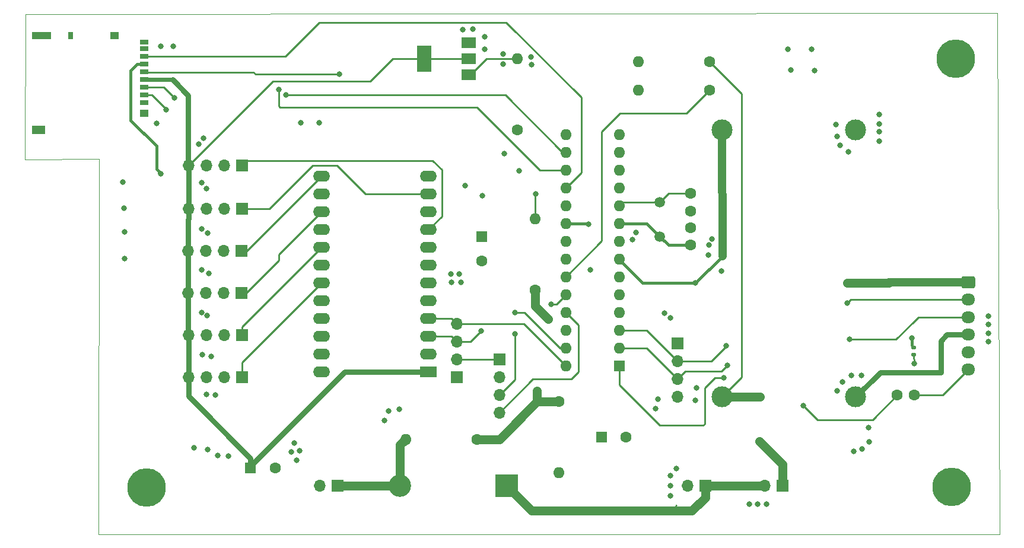
<source format=gtl>
%TF.GenerationSoftware,KiCad,Pcbnew,7.0.9*%
%TF.CreationDate,2023-12-29T10:55:07+07:00*%
%TF.ProjectId,incuTester,696e6375-5465-4737-9465-722e6b696361,rev?*%
%TF.SameCoordinates,Original*%
%TF.FileFunction,Copper,L1,Top*%
%TF.FilePolarity,Positive*%
%FSLAX46Y46*%
G04 Gerber Fmt 4.6, Leading zero omitted, Abs format (unit mm)*
G04 Created by KiCad (PCBNEW 7.0.9) date 2023-12-29 10:55:07*
%MOMM*%
%LPD*%
G01*
G04 APERTURE LIST*
G04 Aperture macros list*
%AMRoundRect*
0 Rectangle with rounded corners*
0 $1 Rounding radius*
0 $2 $3 $4 $5 $6 $7 $8 $9 X,Y pos of 4 corners*
0 Add a 4 corners polygon primitive as box body*
4,1,4,$2,$3,$4,$5,$6,$7,$8,$9,$2,$3,0*
0 Add four circle primitives for the rounded corners*
1,1,$1+$1,$2,$3*
1,1,$1+$1,$4,$5*
1,1,$1+$1,$6,$7*
1,1,$1+$1,$8,$9*
0 Add four rect primitives between the rounded corners*
20,1,$1+$1,$2,$3,$4,$5,0*
20,1,$1+$1,$4,$5,$6,$7,0*
20,1,$1+$1,$6,$7,$8,$9,0*
20,1,$1+$1,$8,$9,$2,$3,0*%
G04 Aperture macros list end*
%TA.AperFunction,SMDPad,CuDef*%
%ADD10R,2.000000X1.500000*%
%TD*%
%TA.AperFunction,SMDPad,CuDef*%
%ADD11R,2.000000X3.800000*%
%TD*%
%TA.AperFunction,ComponentPad*%
%ADD12C,1.600000*%
%TD*%
%TA.AperFunction,ComponentPad*%
%ADD13O,1.600000X1.600000*%
%TD*%
%TA.AperFunction,ComponentPad*%
%ADD14R,1.700000X1.700000*%
%TD*%
%TA.AperFunction,ComponentPad*%
%ADD15O,1.700000X1.700000*%
%TD*%
%TA.AperFunction,ComponentPad*%
%ADD16C,3.000000*%
%TD*%
%TA.AperFunction,ComponentPad*%
%ADD17R,2.400000X1.600000*%
%TD*%
%TA.AperFunction,ComponentPad*%
%ADD18O,2.400000X1.600000*%
%TD*%
%TA.AperFunction,ComponentPad*%
%ADD19R,1.600000X1.600000*%
%TD*%
%TA.AperFunction,ComponentPad*%
%ADD20C,5.500000*%
%TD*%
%TA.AperFunction,SMDPad,CuDef*%
%ADD21RoundRect,0.135000X0.185000X-0.135000X0.185000X0.135000X-0.185000X0.135000X-0.185000X-0.135000X0*%
%TD*%
%TA.AperFunction,ComponentPad*%
%ADD22R,3.200000X3.200000*%
%TD*%
%TA.AperFunction,ComponentPad*%
%ADD23O,3.200000X3.200000*%
%TD*%
%TA.AperFunction,SMDPad,CuDef*%
%ADD24R,1.200000X0.700000*%
%TD*%
%TA.AperFunction,SMDPad,CuDef*%
%ADD25R,0.800000X1.000000*%
%TD*%
%TA.AperFunction,SMDPad,CuDef*%
%ADD26R,1.200000X1.000000*%
%TD*%
%TA.AperFunction,SMDPad,CuDef*%
%ADD27R,2.800000X1.000000*%
%TD*%
%TA.AperFunction,SMDPad,CuDef*%
%ADD28R,1.900000X1.300000*%
%TD*%
%TA.AperFunction,ComponentPad*%
%ADD29C,1.500000*%
%TD*%
%TA.AperFunction,ComponentPad*%
%ADD30RoundRect,0.250000X-0.725000X0.600000X-0.725000X-0.600000X0.725000X-0.600000X0.725000X0.600000X0*%
%TD*%
%TA.AperFunction,ComponentPad*%
%ADD31O,1.950000X1.700000*%
%TD*%
%TA.AperFunction,ViaPad*%
%ADD32C,0.800000*%
%TD*%
%TA.AperFunction,Conductor*%
%ADD33C,0.250000*%
%TD*%
%TA.AperFunction,Conductor*%
%ADD34C,0.400000*%
%TD*%
%TA.AperFunction,Conductor*%
%ADD35C,0.800000*%
%TD*%
%TA.AperFunction,Conductor*%
%ADD36C,1.200000*%
%TD*%
%TA.AperFunction,Conductor*%
%ADD37C,1.300000*%
%TD*%
%TA.AperFunction,Conductor*%
%ADD38C,0.600000*%
%TD*%
%TA.AperFunction,Profile*%
%ADD39C,0.100000*%
%TD*%
G04 APERTURE END LIST*
D10*
%TO.P,U3,1,GND*%
%TO.N,GND*%
X145390000Y-70880000D03*
%TO.P,U3,2,VO*%
%TO.N,3v3*%
X145390000Y-68580000D03*
D11*
X139090000Y-68580000D03*
D10*
%TO.P,U3,3,VI*%
%TO.N,unconnected-(U3-VI-Pad3)*%
X145390000Y-66280000D03*
%TD*%
D12*
%TO.P,R5,1*%
%TO.N,Net-(R3-Pad1)*%
X154940000Y-101600000D03*
D13*
%TO.P,R5,2*%
%TO.N,Net-(U2-PD7)*%
X154940000Y-91440000D03*
%TD*%
D14*
%TO.P,P2,1,Pin_1*%
%TO.N,Net-(D1-K)*%
X179197000Y-129540000D03*
D15*
%TO.P,P2,2,Pin_2*%
%TO.N,GND*%
X176657000Y-129540000D03*
%TD*%
D12*
%TO.P,R4,1*%
%TO.N,Net-(R3-Pad1)*%
X158300000Y-117520000D03*
D13*
%TO.P,R4,2*%
%TO.N,GND*%
X158300000Y-127680000D03*
%TD*%
D14*
%TO.P,J3,1,Pin_1*%
%TO.N,+5V*%
X149800000Y-111460000D03*
D15*
%TO.P,J3,2,Pin_2*%
%TO.N,GND*%
X149800000Y-114000000D03*
%TO.P,J3,3,Pin_3*%
%TO.N,Net-(J3-Pin_3)*%
X149800000Y-116540000D03*
%TO.P,J3,4,Pin_4*%
%TO.N,Net-(J3-Pin_4)*%
X149800000Y-119080000D03*
%TD*%
D12*
%TO.P,R1,1*%
%TO.N,Net-(J1-Pin_1)*%
X179832000Y-68961000D03*
D13*
%TO.P,R1,2*%
%TO.N,Net-(R1-Pad2)*%
X169672000Y-68961000D03*
%TD*%
D14*
%TO.P,J1,1,Pin_1*%
%TO.N,Net-(J1-Pin_1)*%
X190246000Y-129540000D03*
D15*
%TO.P,J1,2,Pin_2*%
%TO.N,Net-(D1-K)*%
X187706000Y-129540000D03*
%TD*%
D12*
%TO.P,C_Rst,1*%
%TO.N,RST*%
X206550000Y-116600000D03*
%TO.P,C_Rst,2*%
%TO.N,CRst_1*%
X209050000Y-116600000D03*
%TD*%
D14*
%TO.P,J7,1,Pin_1*%
%TO.N,Net-(J7-Pin_1)*%
X113020000Y-96000000D03*
D15*
%TO.P,J7,2,Pin_2*%
%TO.N,Net-(J7-Pin_2)*%
X110480000Y-96000000D03*
%TO.P,J7,3,Pin_3*%
%TO.N,GND*%
X107940000Y-96000000D03*
%TO.P,J7,4,Pin_4*%
%TO.N,3v3*%
X105400000Y-96000000D03*
%TD*%
D14*
%TO.P,J9,1,Pin_1*%
%TO.N,Net-(J9-Pin_1)*%
X113080000Y-108000000D03*
D15*
%TO.P,J9,2,Pin_2*%
%TO.N,Net-(J9-Pin_2)*%
X110540000Y-108000000D03*
%TO.P,J9,3,Pin_3*%
%TO.N,GND*%
X108000000Y-108000000D03*
%TO.P,J9,4,Pin_4*%
%TO.N,3v3*%
X105460000Y-108000000D03*
%TD*%
D16*
%TO.P,U1,1,+IN*%
%TO.N,Net-(J1-Pin_1)*%
X181610000Y-116840000D03*
%TO.P,U1,2,-IN*%
%TO.N,GND*%
X200660000Y-116840000D03*
%TO.P,U1,3,+5V*%
%TO.N,+5V*%
X181610000Y-78740000D03*
%TO.P,U1,4,GND*%
%TO.N,GND*%
X200660000Y-78740000D03*
%TD*%
D17*
%TO.P,U4,1,VCC*%
%TO.N,3v3*%
X139700000Y-113281000D03*
D18*
%TO.P,U4,2,GND*%
%TO.N,GND*%
X139700000Y-110741000D03*
%TO.P,U4,3,SDA*%
%TO.N,Net-(U2-PC4)*%
X139700000Y-108201000D03*
%TO.P,U4,4,SCL*%
%TO.N,Net-(U2-PC5)*%
X139700000Y-105661000D03*
%TO.P,U4,5,RESET*%
%TO.N,unconnected-(U4-RESET-Pad5)*%
X139700000Y-103121000D03*
%TO.P,U4,6,A0*%
%TO.N,GND*%
X139700000Y-100581000D03*
%TO.P,U4,7,A1*%
X139700000Y-98041000D03*
%TO.P,U4,8,A2*%
X139700000Y-95501000D03*
%TO.P,U4,9,SD0*%
%TO.N,Net-(J5-Pin_1)*%
X139700000Y-92961000D03*
%TO.P,U4,10,SC0*%
%TO.N,Net-(J5-Pin_2)*%
X139700000Y-90421000D03*
%TO.P,U4,11,SD1*%
%TO.N,Net-(J6-Pin_1)*%
X139700000Y-87881000D03*
%TO.P,U4,12,SC1*%
%TO.N,Net-(J6-Pin_2)*%
X139700000Y-85341000D03*
%TO.P,U4,13,SD2*%
%TO.N,Net-(J7-Pin_1)*%
X124460000Y-85341000D03*
%TO.P,U4,14,SC2*%
%TO.N,Net-(J7-Pin_2)*%
X124460000Y-87881000D03*
%TO.P,U4,15,SD3*%
%TO.N,Net-(J8-Pin_1)*%
X124460000Y-90421000D03*
%TO.P,U4,16,SC3*%
%TO.N,Net-(J8-Pin_2)*%
X124460000Y-92961000D03*
%TO.P,U4,17,SD4*%
%TO.N,Net-(J9-Pin_1)*%
X124460000Y-95501000D03*
%TO.P,U4,18,SC4*%
%TO.N,Net-(J9-Pin_2)*%
X124460000Y-98041000D03*
%TO.P,U4,19,SD5*%
%TO.N,Net-(J10-Pin_1)*%
X124460000Y-100581000D03*
%TO.P,U4,20,SC5*%
%TO.N,Net-(J10-Pin_2)*%
X124460000Y-103121000D03*
%TO.P,U4,21,SD6*%
%TO.N,unconnected-(U4-SD6-Pad21)*%
X124460000Y-105661000D03*
%TO.P,U4,22,SC6*%
%TO.N,unconnected-(U4-SC6-Pad22)*%
X124460000Y-108201000D03*
%TO.P,U4,23,SD7*%
%TO.N,unconnected-(U4-SD7-Pad23)*%
X124460000Y-110741000D03*
%TO.P,U4,24,SC7*%
%TO.N,unconnected-(U4-SC7-Pad24)*%
X124460000Y-113281000D03*
%TD*%
D19*
%TO.P,U2,1,~{RESET}/PC6*%
%TO.N,RST*%
X166904000Y-112416000D03*
D13*
%TO.P,U2,2,PD0*%
%TO.N,Net-(J2-Pin_3)*%
X166904000Y-109876000D03*
%TO.P,U2,3,PD1*%
%TO.N,Net-(J2-Pin_2)*%
X166904000Y-107336000D03*
%TO.P,U2,4,PD2*%
%TO.N,unconnected-(U2-PD2-Pad4)*%
X166904000Y-104796000D03*
%TO.P,U2,5,PD3*%
%TO.N,unconnected-(U2-PD3-Pad5)*%
X166904000Y-102256000D03*
%TO.P,U2,6,PD4*%
%TO.N,unconnected-(U2-PD4-Pad6)*%
X166904000Y-99716000D03*
%TO.P,U2,7,VCC*%
%TO.N,+5V*%
X166904000Y-97176000D03*
%TO.P,U2,8,GND*%
%TO.N,GND*%
X166904000Y-94636000D03*
%TO.P,U2,9,XTAL1/PB6*%
%TO.N,Net-(U2-XTAL1{slash}PB6)*%
X166904000Y-92096000D03*
%TO.P,U2,10,XTAL2/PB7*%
%TO.N,Net-(U2-XTAL2{slash}PB7)*%
X166904000Y-89556000D03*
%TO.P,U2,11,PD5*%
%TO.N,unconnected-(U2-PD5-Pad11)*%
X166904000Y-87016000D03*
%TO.P,U2,12,PD6*%
%TO.N,unconnected-(U2-PD6-Pad12)*%
X166904000Y-84476000D03*
%TO.P,U2,13,PD7*%
%TO.N,Net-(U2-PD7)*%
X166904000Y-81936000D03*
%TO.P,U2,14,PB0*%
%TO.N,unconnected-(U2-PB0-Pad14)*%
X166904000Y-79396000D03*
%TO.P,U2,15,PB1*%
%TO.N,unconnected-(U2-PB1-Pad15)*%
X159284000Y-79396000D03*
%TO.P,U2,16,PB2*%
%TO.N,/CS*%
X159284000Y-81936000D03*
%TO.P,U2,17,PB3*%
%TO.N,/MOSI*%
X159284000Y-84476000D03*
%TO.P,U2,18,PB4*%
%TO.N,/MISO*%
X159284000Y-87016000D03*
%TO.P,U2,19,PB5*%
%TO.N,/SCLK*%
X159284000Y-89556000D03*
%TO.P,U2,20,AVCC*%
%TO.N,+5V*%
X159284000Y-92096000D03*
%TO.P,U2,21,AREF*%
%TO.N,Net-(U2-AREF)*%
X159284000Y-94636000D03*
%TO.P,U2,22,GND*%
%TO.N,GND*%
X159284000Y-97176000D03*
%TO.P,U2,23,PC0*%
%TO.N,Net-(U2-PC0)*%
X159284000Y-99716000D03*
%TO.P,U2,24,PC1*%
%TO.N,Net-(J3-Pin_3)*%
X159284000Y-102256000D03*
%TO.P,U2,25,PC2*%
%TO.N,Net-(J3-Pin_4)*%
X159284000Y-104796000D03*
%TO.P,U2,26,PC3*%
%TO.N,unconnected-(U2-PC3-Pad26)*%
X159284000Y-107336000D03*
%TO.P,U2,27,PC4*%
%TO.N,Net-(U2-PC4)*%
X159284000Y-109876000D03*
%TO.P,U2,28,PC5*%
%TO.N,Net-(U2-PC5)*%
X159284000Y-112416000D03*
%TD*%
D20*
%TO.P,,1*%
%TO.N,N/C*%
X99420000Y-129820000D03*
%TD*%
D21*
%TO.P,R0,1*%
%TO.N,RST*%
X208950000Y-110800000D03*
%TO.P,R0,2*%
%TO.N,+5V*%
X208950000Y-109780000D03*
%TD*%
D19*
%TO.P,C1,1*%
%TO.N,Net-(U2-AREF)*%
X147320000Y-93980000D03*
D12*
%TO.P,C1,2*%
%TO.N,GND*%
X147320000Y-97480000D03*
%TD*%
D14*
%TO.P,J2,1,Pin_1*%
%TO.N,+5V*%
X175260000Y-109220000D03*
D15*
%TO.P,J2,2,Pin_2*%
%TO.N,Net-(J2-Pin_2)*%
X175260000Y-111760000D03*
%TO.P,J2,3,Pin_3*%
%TO.N,Net-(J2-Pin_3)*%
X175260000Y-114300000D03*
%TO.P,J2,4,Pin_4*%
%TO.N,GND*%
X175260000Y-116840000D03*
%TD*%
D14*
%TO.P,P1,1,Pin_1*%
%TO.N,Net-(D1-A)*%
X126746000Y-129540000D03*
D15*
%TO.P,P1,2,Pin_2*%
%TO.N,GND*%
X124206000Y-129540000D03*
%TD*%
D14*
%TO.P,J5,1,Pin_1*%
%TO.N,Net-(J5-Pin_1)*%
X113080000Y-83820000D03*
D15*
%TO.P,J5,2,Pin_2*%
%TO.N,Net-(J5-Pin_2)*%
X110540000Y-83820000D03*
%TO.P,J5,3,Pin_3*%
%TO.N,GND*%
X108000000Y-83820000D03*
%TO.P,J5,4,Pin_4*%
%TO.N,3v3*%
X105460000Y-83820000D03*
%TD*%
D22*
%TO.P,D1,1,K*%
%TO.N,Net-(D1-K)*%
X150876000Y-129540000D03*
D23*
%TO.P,D1,2,A*%
%TO.N,Net-(D1-A)*%
X135636000Y-129540000D03*
%TD*%
D14*
%TO.P,J10,1,Pin_1*%
%TO.N,Net-(J10-Pin_1)*%
X113080000Y-114000000D03*
D15*
%TO.P,J10,2,Pin_2*%
%TO.N,Net-(J10-Pin_2)*%
X110540000Y-114000000D03*
%TO.P,J10,3,Pin_3*%
%TO.N,GND*%
X108000000Y-114000000D03*
%TO.P,J10,4,Pin_4*%
%TO.N,3v3*%
X105460000Y-114000000D03*
%TD*%
D14*
%TO.P,J8,1,Pin_1*%
%TO.N,Net-(J8-Pin_1)*%
X113020000Y-102000000D03*
D15*
%TO.P,J8,2,Pin_2*%
%TO.N,Net-(J8-Pin_2)*%
X110480000Y-102000000D03*
%TO.P,J8,3,Pin_3*%
%TO.N,GND*%
X107940000Y-102000000D03*
%TO.P,J8,4,Pin_4*%
%TO.N,3v3*%
X105400000Y-102000000D03*
%TD*%
D20*
%TO.P,REF\u002A\u002A,1*%
%TO.N,N/C*%
X214330000Y-129680000D03*
%TD*%
D12*
%TO.P,R2,1*%
%TO.N,Net-(R1-Pad2)*%
X152400000Y-78740000D03*
D13*
%TO.P,R2,2*%
%TO.N,GND*%
X152400000Y-68580000D03*
%TD*%
D12*
%TO.P,R6,1*%
%TO.N,Net-(U2-PC0)*%
X179832000Y-73025000D03*
D13*
%TO.P,R6,2*%
%TO.N,Net-(R1-Pad2)*%
X169672000Y-73025000D03*
%TD*%
D19*
%TO.P,C3,1*%
%TO.N,3v3*%
X114300000Y-127000000D03*
D12*
%TO.P,C3,2*%
%TO.N,GND*%
X117800000Y-127000000D03*
%TD*%
%TO.P,C5,1*%
%TO.N,Net-(U2-XTAL2{slash}PB7)*%
X177100000Y-87800000D03*
%TO.P,C5,2*%
%TO.N,GND*%
X177100000Y-90300000D03*
%TD*%
%TO.P,C4,1*%
%TO.N,Net-(U2-XTAL1{slash}PB6)*%
X177100000Y-95200000D03*
%TO.P,C4,2*%
%TO.N,GND*%
X177100000Y-92700000D03*
%TD*%
D24*
%TO.P,J4,1,DAT2*%
%TO.N,unconnected-(J4-DAT2-Pad1)*%
X99150000Y-74850000D03*
%TO.P,J4,2,DAT3/CD*%
%TO.N,/CS*%
X99150000Y-73750000D03*
%TO.P,J4,3,CMD*%
%TO.N,/MOSI*%
X99150000Y-72650000D03*
%TO.P,J4,4,VDD*%
%TO.N,3v3*%
X99150000Y-71550000D03*
%TO.P,J4,5,CLK*%
%TO.N,/SCLK*%
X99150000Y-70450000D03*
%TO.P,J4,6,VSS*%
%TO.N,GND*%
X99150000Y-69350000D03*
%TO.P,J4,7,DAT0*%
%TO.N,/MISO*%
X99150000Y-68250000D03*
%TO.P,J4,8,DAT1*%
%TO.N,unconnected-(J4-DAT1-Pad8)*%
X99150000Y-67150000D03*
%TO.P,J4,9,SHIELD*%
%TO.N,unconnected-(J4-SHIELD-Pad9)*%
X99150000Y-66200000D03*
D25*
%TO.P,J4,10*%
%TO.N,N/C*%
X88650000Y-65250000D03*
D26*
%TO.P,J4,11*%
X94850000Y-65250000D03*
D27*
X84500000Y-65250000D03*
D26*
X99150000Y-76400000D03*
D28*
X84050000Y-78750000D03*
%TD*%
D29*
%TO.P,X1,1,1*%
%TO.N,Net-(U2-XTAL1{slash}PB6)*%
X172720000Y-93980000D03*
%TO.P,X1,2,2*%
%TO.N,Net-(U2-XTAL2{slash}PB7)*%
X172720000Y-89080000D03*
%TD*%
D14*
%TO.P,i2C1,1,Pin_1*%
%TO.N,GND*%
X143700000Y-114020000D03*
D15*
%TO.P,i2C1,2,Pin_2*%
%TO.N,+5V*%
X143700000Y-111480000D03*
%TO.P,i2C1,3,Pin_3*%
%TO.N,Net-(U2-PC4)*%
X143700000Y-108940000D03*
%TO.P,i2C1,4,Pin_4*%
%TO.N,Net-(U2-PC5)*%
X143700000Y-106400000D03*
%TD*%
D14*
%TO.P,J6,1,Pin_1*%
%TO.N,Net-(J6-Pin_1)*%
X113080000Y-90000000D03*
D15*
%TO.P,J6,2,Pin_2*%
%TO.N,Net-(J6-Pin_2)*%
X110540000Y-90000000D03*
%TO.P,J6,3,Pin_3*%
%TO.N,GND*%
X108000000Y-90000000D03*
%TO.P,J6,4,Pin_4*%
%TO.N,3v3*%
X105460000Y-90000000D03*
%TD*%
D19*
%TO.P,C2,1*%
%TO.N,+5V*%
X164378000Y-122555000D03*
D12*
%TO.P,C2,2*%
%TO.N,GND*%
X167878000Y-122555000D03*
%TD*%
%TO.P,R3,1*%
%TO.N,Net-(R3-Pad1)*%
X146580000Y-122900000D03*
D13*
%TO.P,R3,2*%
%TO.N,Net-(D1-A)*%
X136420000Y-122900000D03*
%TD*%
D30*
%TO.P,REF\u002A\u002A,1*%
%TO.N,+5V*%
X216700000Y-100470000D03*
D31*
%TO.P,REF\u002A\u002A,2*%
%TO.N,Net-(J2-Pin_2)*%
X216700000Y-102970000D03*
%TO.P,REF\u002A\u002A,3*%
%TO.N,Net-(J2-Pin_3)*%
X216700000Y-105470000D03*
%TO.P,REF\u002A\u002A,4*%
%TO.N,GND*%
X216700000Y-107970000D03*
%TO.P,REF\u002A\u002A,5*%
%TO.N,N/C*%
X216700000Y-110470000D03*
%TO.P,REF\u002A\u002A,6*%
%TO.N,CRst_1*%
X216700000Y-112970000D03*
%TD*%
D20*
%TO.P,,1*%
%TO.N,N/C*%
X214930000Y-68560000D03*
%TD*%
D32*
%TO.N,GND*%
X219600000Y-109000000D03*
X154300000Y-68300000D03*
X144600000Y-64400000D03*
X219600000Y-106500000D03*
X120900000Y-125900000D03*
X147400000Y-88100000D03*
X96300000Y-97100000D03*
X100900000Y-77800000D03*
X144900000Y-86700000D03*
X174200000Y-105600000D03*
X219600000Y-107800000D03*
X133400000Y-120200000D03*
X146000000Y-64300000D03*
X101511331Y-84972710D03*
X108200000Y-93500000D03*
X198000000Y-116000000D03*
X169300000Y-93400000D03*
X154400000Y-69400000D03*
X107300000Y-86300000D03*
X201500000Y-113800000D03*
X121300000Y-124500000D03*
X172100000Y-118500000D03*
X191000000Y-67200000D03*
X173400000Y-104900000D03*
X162800000Y-98700000D03*
X174200000Y-128100000D03*
X142900000Y-99300000D03*
X201600000Y-124300000D03*
X174200000Y-131000000D03*
X179700000Y-95200000D03*
X108000000Y-87100000D03*
X199600000Y-81900000D03*
X120100000Y-124700000D03*
X202500000Y-121200000D03*
X150300000Y-69300000D03*
X174200000Y-129500000D03*
X134000000Y-118900000D03*
X175100000Y-127100000D03*
X147700000Y-67200000D03*
X108700000Y-111100000D03*
X179600000Y-96600000D03*
X108100000Y-105200000D03*
X168800000Y-94400000D03*
X135500000Y-118600000D03*
X106200000Y-124100000D03*
X200400000Y-124600000D03*
X194800000Y-70300000D03*
X109600000Y-125200000D03*
X121500000Y-77700000D03*
X120500000Y-123400000D03*
X198400000Y-80900000D03*
X107300000Y-98700000D03*
X187900000Y-132200000D03*
X96200000Y-89900000D03*
X150500000Y-82100000D03*
X108000000Y-116500000D03*
X204000000Y-77900000D03*
X96100000Y-86200000D03*
X191400000Y-70200000D03*
X177900000Y-115600000D03*
X204000000Y-80300000D03*
X197800000Y-78000000D03*
X185500000Y-132200000D03*
X103300000Y-66800000D03*
X144100000Y-99300000D03*
X200000000Y-113800000D03*
X107300000Y-104800000D03*
X204000000Y-76500000D03*
X96200000Y-89900000D03*
X177800000Y-117300000D03*
X96300000Y-93300000D03*
X219600000Y-105300000D03*
X180100000Y-94300000D03*
X111100000Y-125300000D03*
X202600000Y-123300000D03*
X143000000Y-100500000D03*
X101500000Y-66800000D03*
X172400000Y-117200000D03*
X124100000Y-77700000D03*
X181500000Y-98900000D03*
X109300000Y-116600000D03*
X204000000Y-79000000D03*
X198800000Y-114700000D03*
X186700000Y-132200000D03*
X107600000Y-79900000D03*
X150300000Y-67900000D03*
X144300000Y-100500000D03*
X120900000Y-125900000D03*
X108200000Y-124400000D03*
X198000000Y-79700000D03*
X194400000Y-67200000D03*
X106900000Y-80800000D03*
X107400000Y-110800000D03*
X107300000Y-92900000D03*
X147700000Y-65400000D03*
X108300000Y-99200000D03*
X152600000Y-84600000D03*
%TO.N,+5V*%
X181640000Y-96740000D03*
X208630000Y-108450000D03*
X205330000Y-100430000D03*
X162560000Y-92202000D03*
X177800000Y-100584000D03*
X199410000Y-100540000D03*
%TO.N,Net-(U2-PC4)*%
X147200000Y-107400000D03*
X152000000Y-104800000D03*
%TO.N,Net-(J1-Pin_1)*%
X186944000Y-116840000D03*
X186944000Y-123190000D03*
%TO.N,Net-(J2-Pin_2)*%
X182190000Y-109570000D03*
X199450000Y-103470000D03*
%TO.N,Net-(J2-Pin_3)*%
X199760000Y-108660000D03*
X182350000Y-112340000D03*
%TO.N,Net-(J3-Pin_3)*%
X157200000Y-103600000D03*
X152000000Y-107900000D03*
%TO.N,/CS*%
X119350000Y-73770000D03*
X102280000Y-75850000D03*
%TO.N,/MOSI*%
X103460000Y-74170000D03*
X118330000Y-72990000D03*
%TO.N,/SCLK*%
X127000000Y-70815500D03*
%TO.N,Net-(U2-PD7)*%
X155000000Y-87900000D03*
%TO.N,Net-(R3-Pad1)*%
X156800000Y-105700000D03*
X155200000Y-116000000D03*
%TO.N,RST*%
X193220000Y-118120000D03*
X181830000Y-114120000D03*
X208980000Y-112050000D03*
%TD*%
D33*
%TO.N,GND*%
X140261000Y-97480000D02*
X139700000Y-98041000D01*
D34*
X100850000Y-81050000D02*
X97200000Y-77400000D01*
D35*
X212800000Y-113320000D02*
X212800000Y-108840000D01*
X213670000Y-107970000D02*
X216700000Y-107970000D01*
D34*
X97200000Y-77400000D02*
X97200000Y-70250000D01*
D35*
X200660000Y-116840000D02*
X204180000Y-113320000D01*
D33*
X98550000Y-69350000D02*
X99150000Y-69350000D01*
X158980000Y-97480000D02*
X159284000Y-97176000D01*
X147940000Y-68580000D02*
X152400000Y-68580000D01*
D34*
X98100000Y-69350000D02*
X98550000Y-69350000D01*
D35*
X212800000Y-108840000D02*
X213670000Y-107970000D01*
D33*
X145390000Y-70880000D02*
X145640000Y-70880000D01*
X145640000Y-70880000D02*
X147940000Y-68580000D01*
D34*
X101511331Y-84972710D02*
X100850000Y-84311379D01*
X97200000Y-70250000D02*
X98100000Y-69350000D01*
D33*
X108010000Y-83890000D02*
X107940000Y-83820000D01*
D34*
X100850000Y-84311379D02*
X100850000Y-81050000D01*
D35*
X204180000Y-113320000D02*
X212800000Y-113320000D01*
D34*
%TO.N,+5V*%
X166904000Y-97176000D02*
X166904000Y-97272629D01*
X166904000Y-97272629D02*
X170215371Y-100584000D01*
D33*
X143700000Y-111480000D02*
X149780000Y-111480000D01*
X149780000Y-111480000D02*
X149800000Y-111460000D01*
X208630000Y-109460000D02*
X208950000Y-109780000D01*
D34*
X162454000Y-92096000D02*
X159284000Y-92096000D01*
D33*
X205330000Y-100550000D02*
X205330000Y-100430000D01*
X205330000Y-100430000D02*
X205450000Y-100430000D01*
X181640000Y-96740000D02*
X181640000Y-96744000D01*
X181590000Y-96790000D02*
X181610000Y-96810000D01*
D36*
X205410000Y-100470000D02*
X216700000Y-100470000D01*
D34*
X181640000Y-96744000D02*
X177800000Y-100584000D01*
D33*
X205340000Y-100540000D02*
X205330000Y-100550000D01*
X181610000Y-96810000D02*
X181610000Y-96873878D01*
X205450000Y-100430000D02*
X205410000Y-100470000D01*
X162560000Y-92202000D02*
X162454000Y-92096000D01*
D34*
X170215371Y-100584000D02*
X177800000Y-100584000D01*
D36*
X181610000Y-78740000D02*
X181640000Y-96740000D01*
D33*
X181610000Y-96770000D02*
X181590000Y-96790000D01*
X181640000Y-96740000D02*
X181610000Y-96770000D01*
D34*
X208630000Y-108450000D02*
X208630000Y-109460000D01*
D33*
X205340000Y-100540000D02*
X205460000Y-100540000D01*
D37*
X199410000Y-100540000D02*
X205340000Y-100540000D01*
D34*
%TO.N,Net-(U2-XTAL1{slash}PB6)*%
X166904000Y-92096000D02*
X170836000Y-92096000D01*
X172720000Y-93980000D02*
X173940000Y-95200000D01*
X170836000Y-92096000D02*
X172720000Y-93980000D01*
X173940000Y-95200000D02*
X177100000Y-95200000D01*
D33*
%TO.N,Net-(U2-XTAL2{slash}PB7)*%
X174000000Y-87800000D02*
X172720000Y-89080000D01*
X167380000Y-89080000D02*
X166904000Y-89556000D01*
X172720000Y-89080000D02*
X167380000Y-89080000D01*
X177100000Y-87800000D02*
X174000000Y-87800000D01*
%TO.N,Net-(D1-A)*%
X135890000Y-129286000D02*
X135636000Y-129540000D01*
D37*
X126746000Y-129540000D02*
X135636000Y-129540000D01*
X135636000Y-129540000D02*
X135636000Y-123684000D01*
X135636000Y-123684000D02*
X136420000Y-122900000D01*
%TO.N,Net-(D1-K)*%
X179197000Y-129540000D02*
X187706000Y-129540000D01*
X179197000Y-131203000D02*
X177300000Y-133100000D01*
X154436000Y-133100000D02*
X150876000Y-129540000D01*
X179197000Y-129540000D02*
X179197000Y-131203000D01*
X177300000Y-133100000D02*
X154436000Y-133100000D01*
D33*
X175000000Y-132400000D02*
X175100000Y-132300000D01*
%TO.N,Net-(U2-PC4)*%
X153400000Y-104800000D02*
X158476000Y-109876000D01*
X152000000Y-104800000D02*
X153400000Y-104800000D01*
X158476000Y-109876000D02*
X159284000Y-109876000D01*
X145660000Y-108940000D02*
X147200000Y-107400000D01*
X142961000Y-108201000D02*
X143700000Y-108940000D01*
X143700000Y-108940000D02*
X145660000Y-108940000D01*
X139700000Y-108201000D02*
X142961000Y-108201000D01*
%TO.N,Net-(U2-PC5)*%
X153268000Y-106400000D02*
X159284000Y-112416000D01*
X142961000Y-105661000D02*
X143700000Y-106400000D01*
X139700000Y-105661000D02*
X142961000Y-105661000D01*
X143700000Y-106400000D02*
X153268000Y-106400000D01*
D37*
%TO.N,Net-(J1-Pin_1)*%
X190246000Y-126492000D02*
X190246000Y-129540000D01*
X186944000Y-116840000D02*
X181610000Y-116840000D01*
D33*
X179832000Y-68961000D02*
X184400000Y-73529000D01*
D37*
X186944000Y-123190000D02*
X190246000Y-126492000D01*
D33*
X184400000Y-114050000D02*
X181610000Y-116840000D01*
X184400000Y-73529000D02*
X184400000Y-114050000D01*
D37*
X187003878Y-116840000D02*
X186944000Y-116840000D01*
D33*
%TO.N,Net-(J2-Pin_2)*%
X182190000Y-109610000D02*
X182190000Y-109570000D01*
X180040000Y-111760000D02*
X182190000Y-109610000D01*
X182190000Y-109570000D02*
X182230000Y-109570000D01*
X182230000Y-109570000D02*
X182270000Y-109530000D01*
X199950000Y-102970000D02*
X216700000Y-102970000D01*
X170836000Y-107336000D02*
X175260000Y-111760000D01*
X166904000Y-107336000D02*
X170836000Y-107336000D01*
X199450000Y-103470000D02*
X199950000Y-102970000D01*
X175260000Y-111760000D02*
X180040000Y-111760000D01*
%TO.N,Net-(J2-Pin_3)*%
X199760000Y-108660000D02*
X206410000Y-108660000D01*
X166904000Y-109876000D02*
X170836000Y-109876000D01*
X182350000Y-112340000D02*
X182390000Y-112340000D01*
X170836000Y-109876000D02*
X175260000Y-114300000D01*
X175260000Y-114300000D02*
X176360000Y-113200000D01*
X208980000Y-106090000D02*
X208980000Y-106070000D01*
X176360000Y-113200000D02*
X181530000Y-113200000D01*
X206410000Y-108660000D02*
X208980000Y-106090000D01*
X181530000Y-113200000D02*
X182350000Y-112380000D01*
X209580000Y-105470000D02*
X216700000Y-105470000D01*
X182390000Y-112340000D02*
X182390000Y-112340000D01*
X208980000Y-106070000D02*
X209580000Y-105470000D01*
X182350000Y-112380000D02*
X182350000Y-112340000D01*
%TO.N,Net-(J3-Pin_3)*%
X157200000Y-103600000D02*
X157940000Y-103600000D01*
X157940000Y-103600000D02*
X159284000Y-102256000D01*
X152000000Y-114340000D02*
X149800000Y-116540000D01*
X152000000Y-107900000D02*
X152000000Y-114340000D01*
%TO.N,Net-(J3-Pin_4)*%
X161100000Y-106612000D02*
X159284000Y-104796000D01*
X154580000Y-114300000D02*
X160100000Y-114300000D01*
X149800000Y-119080000D02*
X154580000Y-114300000D01*
X161100000Y-113300000D02*
X161100000Y-106612000D01*
X160100000Y-114300000D02*
X161100000Y-113300000D01*
%TO.N,/CS*%
X159284000Y-81936000D02*
X158836000Y-81936000D01*
X158836000Y-81936000D02*
X150670000Y-73770000D01*
X119320000Y-73740000D02*
X119240000Y-73740000D01*
X100220000Y-73750000D02*
X102280000Y-75810000D01*
X102320000Y-75850000D02*
X102380000Y-75910000D01*
X102280000Y-75810000D02*
X102280000Y-75850000D01*
X99150000Y-73750000D02*
X100220000Y-73750000D01*
X119350000Y-73770000D02*
X119320000Y-73740000D01*
X102280000Y-75850000D02*
X102320000Y-75850000D01*
X150670000Y-73770000D02*
X119350000Y-73770000D01*
%TO.N,/MOSI*%
X159284000Y-84476000D02*
X155576000Y-84476000D01*
X118315000Y-75324620D02*
X118315000Y-73005000D01*
X103460000Y-74165305D02*
X103460000Y-74170000D01*
X118505380Y-75515000D02*
X118315000Y-75324620D01*
X99150000Y-72650000D02*
X101944695Y-72650000D01*
X146615000Y-75515000D02*
X118505380Y-75515000D01*
X103464695Y-74170000D02*
X103524695Y-74230000D01*
X155576000Y-84476000D02*
X146615000Y-75515000D01*
X118315000Y-72975000D02*
X118315000Y-72965000D01*
X103524695Y-74230000D02*
X103540000Y-74230000D01*
X118330000Y-72990000D02*
X118315000Y-72975000D01*
X103460000Y-74170000D02*
X103464695Y-74170000D01*
X118315000Y-73005000D02*
X118330000Y-72990000D01*
X101944695Y-72650000D02*
X103460000Y-74165305D01*
%TO.N,/SCLK*%
X126984500Y-70800000D02*
X127000000Y-70815500D01*
X99200000Y-70500000D02*
X114700000Y-70500000D01*
X115000000Y-70800000D02*
X126984500Y-70800000D01*
X114700000Y-70500000D02*
X115000000Y-70800000D01*
X99150000Y-70450000D02*
X99200000Y-70500000D01*
%TO.N,/MISO*%
X161500000Y-74100000D02*
X161500000Y-77700000D01*
X159284000Y-87016000D02*
X161500000Y-84800000D01*
X150775000Y-63375000D02*
X161500000Y-74100000D01*
X119230000Y-68250000D02*
X124105000Y-63375000D01*
X99150000Y-68250000D02*
X119230000Y-68250000D01*
X124105000Y-63375000D02*
X150775000Y-63375000D01*
X161500000Y-84800000D02*
X161500000Y-77700000D01*
%TO.N,Net-(J5-Pin_1)*%
X141600000Y-91061000D02*
X141600000Y-84400000D01*
X141600000Y-84400000D02*
X140300000Y-83100000D01*
X113800000Y-83100000D02*
X113080000Y-83820000D01*
X140300000Y-83100000D02*
X113800000Y-83100000D01*
X139700000Y-92961000D02*
X141600000Y-91061000D01*
%TO.N,Net-(J6-Pin_1)*%
X139700000Y-87881000D02*
X130681000Y-87881000D01*
X117000000Y-90000000D02*
X113080000Y-90000000D01*
X123200000Y-83800000D02*
X117000000Y-90000000D01*
X126600000Y-83800000D02*
X123200000Y-83800000D01*
X130681000Y-87881000D02*
X126600000Y-83800000D01*
%TO.N,Net-(J7-Pin_1)*%
X113801000Y-96000000D02*
X124460000Y-85341000D01*
X113020000Y-96000000D02*
X113801000Y-96000000D01*
%TO.N,Net-(J8-Pin_1)*%
X118300000Y-96581000D02*
X118540500Y-96340500D01*
X118300000Y-97400000D02*
X118300000Y-96581000D01*
X118540500Y-96340500D02*
X124460000Y-90421000D01*
X113020000Y-102000000D02*
X113700000Y-102000000D01*
X113700000Y-102000000D02*
X118300000Y-97400000D01*
X118361000Y-96520000D02*
X118540500Y-96340500D01*
%TO.N,Net-(J9-Pin_1)*%
X113080000Y-108000000D02*
X113080000Y-106881000D01*
X113080000Y-106881000D02*
X124460000Y-95501000D01*
%TO.N,Net-(J10-Pin_1)*%
X113080000Y-114000000D02*
X113080000Y-111961000D01*
X113080000Y-111961000D02*
X124460000Y-100581000D01*
%TO.N,Net-(U2-PD7)*%
X155000000Y-87900000D02*
X154940000Y-87960000D01*
X154940000Y-87960000D02*
X154940000Y-91440000D01*
%TO.N,Net-(U2-PC0)*%
X176457000Y-76400000D02*
X167000000Y-76400000D01*
X164400000Y-94600000D02*
X159284000Y-99716000D01*
X167000000Y-76400000D02*
X164400000Y-79000000D01*
X179832000Y-73025000D02*
X176457000Y-76400000D01*
X164400000Y-79000000D02*
X164400000Y-94600000D01*
D37*
%TO.N,Net-(R3-Pad1)*%
X155200000Y-117500000D02*
X155200000Y-116000000D01*
X154940000Y-103840000D02*
X154940000Y-101600000D01*
X155220000Y-117520000D02*
X155200000Y-117500000D01*
X156800000Y-105700000D02*
X154940000Y-103840000D01*
X158300000Y-117520000D02*
X155220000Y-117520000D01*
X146580000Y-122900000D02*
X149800000Y-122900000D01*
X149800000Y-122900000D02*
X155200000Y-117500000D01*
D33*
%TO.N,3v3*%
X117500000Y-71800000D02*
X131400000Y-71800000D01*
D35*
X105460000Y-108000000D02*
X105460000Y-114000000D01*
X105470000Y-87689000D02*
X105470000Y-83890000D01*
X105400000Y-102000000D02*
X105400000Y-107940000D01*
X105400000Y-101600000D02*
X105400000Y-91510000D01*
X103150000Y-71550000D02*
X105400000Y-73800000D01*
D33*
X105470000Y-83890000D02*
X105400000Y-83820000D01*
D35*
X114300000Y-125600000D02*
X114300000Y-127000000D01*
D33*
X139090000Y-68580000D02*
X145390000Y-68580000D01*
X107366852Y-81933148D02*
X117500000Y-71800000D01*
D35*
X105400000Y-107940000D02*
X105460000Y-108000000D01*
X105460000Y-114000000D02*
X105460000Y-116760000D01*
X105460000Y-116760000D02*
X114300000Y-125600000D01*
D33*
X107346852Y-81933148D02*
X107366852Y-81933148D01*
X105400000Y-91510000D02*
X105470000Y-91440000D01*
D35*
X105470000Y-91440000D02*
X105470000Y-87689000D01*
X105400000Y-73800000D02*
X105400000Y-83820000D01*
D33*
X131400000Y-71800000D02*
X134620000Y-68580000D01*
X114300000Y-126710000D02*
X114300000Y-127000000D01*
X134620000Y-68580000D02*
X139090000Y-68580000D01*
X105460000Y-83820000D02*
X107346852Y-81933148D01*
D35*
X127729000Y-113281000D02*
X114300000Y-126710000D01*
D38*
X99150000Y-71550000D02*
X103150000Y-71550000D01*
D35*
X139700000Y-113281000D02*
X127729000Y-113281000D01*
D33*
%TO.N,RST*%
X166904000Y-112416000D02*
X166904000Y-115104000D01*
X195200000Y-120100000D02*
X203050000Y-120100000D01*
X208980000Y-112050000D02*
X208950000Y-112020000D01*
X179100000Y-115600000D02*
X180580000Y-114120000D01*
X166904000Y-115104000D02*
X172700000Y-120900000D01*
X180580000Y-114120000D02*
X181830000Y-114120000D01*
X193220000Y-118120000D02*
X195200000Y-120100000D01*
X172700000Y-120900000D02*
X178900000Y-120900000D01*
X208950000Y-110800000D02*
X208980000Y-112050000D01*
X178900000Y-120900000D02*
X179100000Y-120700000D01*
X203050000Y-120100000D02*
X206550000Y-116600000D01*
X181830000Y-114040871D02*
X181830871Y-114040000D01*
X179100000Y-120700000D02*
X179100000Y-115600000D01*
X181830000Y-114120000D02*
X181830000Y-114040871D01*
%TO.N,CRst_1*%
X209050000Y-116600000D02*
X213070000Y-116600000D01*
X213070000Y-116600000D02*
X216700000Y-112970000D01*
%TD*%
D39*
X92592500Y-136510000D02*
X221175000Y-136470000D01*
X82190000Y-62250000D02*
X82070000Y-82930000D01*
X92647500Y-82850000D02*
X92592500Y-136510000D01*
X82070000Y-82930000D02*
X92647500Y-82850000D01*
X220870000Y-62090000D02*
X82190000Y-62250000D01*
X221175000Y-136470000D02*
X220870000Y-62090000D01*
M02*

</source>
